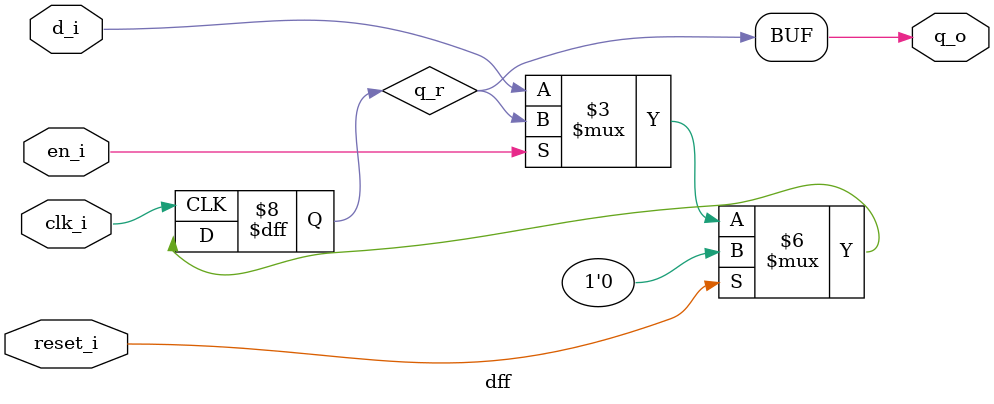
<source format=sv>
/* Generated by Yosys 0.45 (git sha1 9ed031ddd, clang++ 14.0.0-1ubuntu1.1 -fPIC -O3) */

(* top =  1  *)
(* \library  = "work" *)
(* hdlname = "dff" *)
(* src = "dff.sv:5.8-5.11" *)
module dff(reset_i, d_i, en_i, q_o, clk_i);
  (* src = "dff.sv:7.16-7.21" *)
  input clk_i;
  wire clk_i;
  (* src = "dff.sv:9.16-9.19" *)
  input d_i;
  wire d_i;
  (* src = "dff.sv:10.16-10.20" *)
  input en_i;
  wire en_i;
  (* src = "dff.sv:11.17-11.20" *)
  output q_o;
  wire q_o;
  (* src = "dff.sv:14.16-14.19" *)
  reg q_r;
  (* src = "dff.sv:8.16-8.23" *)
  input reset_i;
  wire reset_i;
  (* src = "dff.sv:23.14-29.7" *)
  always @(posedge clk_i)
    if (reset_i) q_r <= 1'h0;
    else if (!en_i) q_r <= d_i;
  assign q_o = q_r;
endmodule

</source>
